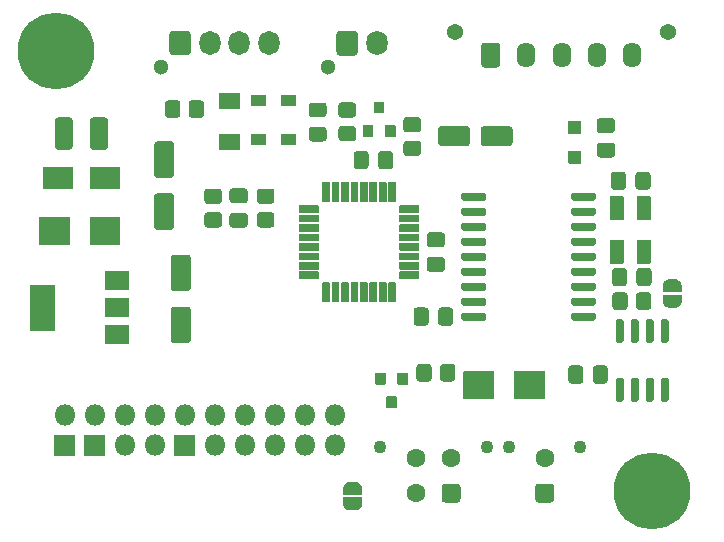
<source format=gbr>
%TF.GenerationSoftware,KiCad,Pcbnew,(5.1.12-1-10_14)*%
%TF.CreationDate,2022-04-05T22:08:35+02:00*%
%TF.ProjectId,SmartDisplay,536d6172-7444-4697-9370-6c61792e6b69,rev?*%
%TF.SameCoordinates,Original*%
%TF.FileFunction,Soldermask,Top*%
%TF.FilePolarity,Negative*%
%FSLAX46Y46*%
G04 Gerber Fmt 4.6, Leading zero omitted, Abs format (unit mm)*
G04 Created by KiCad (PCBNEW (5.1.12-1-10_14)) date 2022-04-05 22:08:35*
%MOMM*%
%LPD*%
G01*
G04 APERTURE LIST*
%ADD10O,1.800000X1.800000*%
%ADD11C,1.300000*%
%ADD12O,1.800000X2.100000*%
%ADD13O,1.800000X2.050000*%
%ADD14O,1.600000X2.120000*%
%ADD15C,1.370000*%
%ADD16C,1.600000*%
%ADD17C,1.100000*%
%ADD18C,0.100000*%
%ADD19C,0.900000*%
%ADD20C,6.500000*%
G04 APERTURE END LIST*
%TO.C,D9*%
G36*
G01*
X158600000Y-86220000D02*
X157800000Y-86220000D01*
G75*
G02*
X157750000Y-86170000I0J50000D01*
G01*
X157750000Y-85270000D01*
G75*
G02*
X157800000Y-85220000I50000J0D01*
G01*
X158600000Y-85220000D01*
G75*
G02*
X158650000Y-85270000I0J-50000D01*
G01*
X158650000Y-86170000D01*
G75*
G02*
X158600000Y-86220000I-50000J0D01*
G01*
G37*
G36*
G01*
X159550000Y-88220000D02*
X158750000Y-88220000D01*
G75*
G02*
X158700000Y-88170000I0J50000D01*
G01*
X158700000Y-87270000D01*
G75*
G02*
X158750000Y-87220000I50000J0D01*
G01*
X159550000Y-87220000D01*
G75*
G02*
X159600000Y-87270000I0J-50000D01*
G01*
X159600000Y-88170000D01*
G75*
G02*
X159550000Y-88220000I-50000J0D01*
G01*
G37*
G36*
G01*
X157650000Y-88220000D02*
X156850000Y-88220000D01*
G75*
G02*
X156800000Y-88170000I0J50000D01*
G01*
X156800000Y-87270000D01*
G75*
G02*
X156850000Y-87220000I50000J0D01*
G01*
X157650000Y-87220000D01*
G75*
G02*
X157700000Y-87270000I0J-50000D01*
G01*
X157700000Y-88170000D01*
G75*
G02*
X157650000Y-88220000I-50000J0D01*
G01*
G37*
%TD*%
%TO.C,C13*%
G36*
G01*
X141984375Y-101270000D02*
X140815625Y-101270000D01*
G75*
G02*
X140550000Y-101004375I0J265625D01*
G01*
X140550000Y-98435625D01*
G75*
G02*
X140815625Y-98170000I265625J0D01*
G01*
X141984375Y-98170000D01*
G75*
G02*
X142250000Y-98435625I0J-265625D01*
G01*
X142250000Y-101004375D01*
G75*
G02*
X141984375Y-101270000I-265625J0D01*
G01*
G37*
G36*
G01*
X141984375Y-105670000D02*
X140815625Y-105670000D01*
G75*
G02*
X140550000Y-105404375I0J265625D01*
G01*
X140550000Y-102835625D01*
G75*
G02*
X140815625Y-102570000I265625J0D01*
G01*
X141984375Y-102570000D01*
G75*
G02*
X142250000Y-102835625I0J-265625D01*
G01*
X142250000Y-105404375D01*
G75*
G02*
X141984375Y-105670000I-265625J0D01*
G01*
G37*
%TD*%
%TO.C,C3*%
G36*
G01*
X140584375Y-91670000D02*
X139415625Y-91670000D01*
G75*
G02*
X139150000Y-91404375I0J265625D01*
G01*
X139150000Y-88835625D01*
G75*
G02*
X139415625Y-88570000I265625J0D01*
G01*
X140584375Y-88570000D01*
G75*
G02*
X140850000Y-88835625I0J-265625D01*
G01*
X140850000Y-91404375D01*
G75*
G02*
X140584375Y-91670000I-265625J0D01*
G01*
G37*
G36*
G01*
X140584375Y-96070000D02*
X139415625Y-96070000D01*
G75*
G02*
X139150000Y-95804375I0J265625D01*
G01*
X139150000Y-93235625D01*
G75*
G02*
X139415625Y-92970000I265625J0D01*
G01*
X140584375Y-92970000D01*
G75*
G02*
X140850000Y-93235625I0J-265625D01*
G01*
X140850000Y-95804375D01*
G75*
G02*
X140584375Y-96070000I-265625J0D01*
G01*
G37*
%TD*%
%TO.C,U4*%
G36*
G01*
X137050000Y-104220000D02*
X137050000Y-105720000D01*
G75*
G02*
X137000000Y-105770000I-50000J0D01*
G01*
X135000000Y-105770000D01*
G75*
G02*
X134950000Y-105720000I0J50000D01*
G01*
X134950000Y-104220000D01*
G75*
G02*
X135000000Y-104170000I50000J0D01*
G01*
X137000000Y-104170000D01*
G75*
G02*
X137050000Y-104220000I0J-50000D01*
G01*
G37*
G36*
G01*
X137050000Y-99620000D02*
X137050000Y-101120000D01*
G75*
G02*
X137000000Y-101170000I-50000J0D01*
G01*
X135000000Y-101170000D01*
G75*
G02*
X134950000Y-101120000I0J50000D01*
G01*
X134950000Y-99620000D01*
G75*
G02*
X135000000Y-99570000I50000J0D01*
G01*
X137000000Y-99570000D01*
G75*
G02*
X137050000Y-99620000I0J-50000D01*
G01*
G37*
G36*
G01*
X137050000Y-101920000D02*
X137050000Y-103420000D01*
G75*
G02*
X137000000Y-103470000I-50000J0D01*
G01*
X135000000Y-103470000D01*
G75*
G02*
X134950000Y-103420000I0J50000D01*
G01*
X134950000Y-101920000D01*
G75*
G02*
X135000000Y-101870000I50000J0D01*
G01*
X137000000Y-101870000D01*
G75*
G02*
X137050000Y-101920000I0J-50000D01*
G01*
G37*
G36*
G01*
X130750000Y-100770000D02*
X130750000Y-104570000D01*
G75*
G02*
X130700000Y-104620000I-50000J0D01*
G01*
X128700000Y-104620000D01*
G75*
G02*
X128650000Y-104570000I0J50000D01*
G01*
X128650000Y-100770000D01*
G75*
G02*
X128700000Y-100720000I50000J0D01*
G01*
X130700000Y-100720000D01*
G75*
G02*
X130750000Y-100770000I0J-50000D01*
G01*
G37*
%TD*%
%TO.C,F1*%
G36*
G01*
X133712500Y-89027457D02*
X133712500Y-86812543D01*
G75*
G02*
X133980043Y-86545000I267543J0D01*
G01*
X134969957Y-86545000D01*
G75*
G02*
X135237500Y-86812543I0J-267543D01*
G01*
X135237500Y-89027457D01*
G75*
G02*
X134969957Y-89295000I-267543J0D01*
G01*
X133980043Y-89295000D01*
G75*
G02*
X133712500Y-89027457I0J267543D01*
G01*
G37*
G36*
G01*
X130737500Y-89027457D02*
X130737500Y-86812543D01*
G75*
G02*
X131005043Y-86545000I267543J0D01*
G01*
X131994957Y-86545000D01*
G75*
G02*
X132262500Y-86812543I0J-267543D01*
G01*
X132262500Y-89027457D01*
G75*
G02*
X131994957Y-89295000I-267543J0D01*
G01*
X131005043Y-89295000D01*
G75*
G02*
X130737500Y-89027457I0J267543D01*
G01*
G37*
%TD*%
%TO.C,D8*%
G36*
G01*
X132000000Y-95020000D02*
X132000000Y-97320000D01*
G75*
G02*
X131950000Y-97370000I-50000J0D01*
G01*
X129450000Y-97370000D01*
G75*
G02*
X129400000Y-97320000I0J50000D01*
G01*
X129400000Y-95020000D01*
G75*
G02*
X129450000Y-94970000I50000J0D01*
G01*
X131950000Y-94970000D01*
G75*
G02*
X132000000Y-95020000I0J-50000D01*
G01*
G37*
G36*
G01*
X136300000Y-95020000D02*
X136300000Y-97320000D01*
G75*
G02*
X136250000Y-97370000I-50000J0D01*
G01*
X133750000Y-97370000D01*
G75*
G02*
X133700000Y-97320000I0J50000D01*
G01*
X133700000Y-95020000D01*
G75*
G02*
X133750000Y-94970000I50000J0D01*
G01*
X136250000Y-94970000D01*
G75*
G02*
X136300000Y-95020000I0J-50000D01*
G01*
G37*
%TD*%
%TO.C,D7*%
G36*
G01*
X132300000Y-90770000D02*
X132300000Y-92570000D01*
G75*
G02*
X132250000Y-92620000I-50000J0D01*
G01*
X129750000Y-92620000D01*
G75*
G02*
X129700000Y-92570000I0J50000D01*
G01*
X129700000Y-90770000D01*
G75*
G02*
X129750000Y-90720000I50000J0D01*
G01*
X132250000Y-90720000D01*
G75*
G02*
X132300000Y-90770000I0J-50000D01*
G01*
G37*
G36*
G01*
X136300000Y-90770000D02*
X136300000Y-92570000D01*
G75*
G02*
X136250000Y-92620000I-50000J0D01*
G01*
X133750000Y-92620000D01*
G75*
G02*
X133700000Y-92570000I0J50000D01*
G01*
X133700000Y-90770000D01*
G75*
G02*
X133750000Y-90720000I50000J0D01*
G01*
X136250000Y-90720000D01*
G75*
G02*
X136300000Y-90770000I0J-50000D01*
G01*
G37*
%TD*%
%TO.C,U3*%
G36*
G01*
X167275000Y-103245000D02*
X167275000Y-103595000D01*
G75*
G02*
X167100000Y-103770000I-175000J0D01*
G01*
X165300000Y-103770000D01*
G75*
G02*
X165125000Y-103595000I0J175000D01*
G01*
X165125000Y-103245000D01*
G75*
G02*
X165300000Y-103070000I175000J0D01*
G01*
X167100000Y-103070000D01*
G75*
G02*
X167275000Y-103245000I0J-175000D01*
G01*
G37*
G36*
G01*
X167275000Y-101975000D02*
X167275000Y-102325000D01*
G75*
G02*
X167100000Y-102500000I-175000J0D01*
G01*
X165300000Y-102500000D01*
G75*
G02*
X165125000Y-102325000I0J175000D01*
G01*
X165125000Y-101975000D01*
G75*
G02*
X165300000Y-101800000I175000J0D01*
G01*
X167100000Y-101800000D01*
G75*
G02*
X167275000Y-101975000I0J-175000D01*
G01*
G37*
G36*
G01*
X167275000Y-100705000D02*
X167275000Y-101055000D01*
G75*
G02*
X167100000Y-101230000I-175000J0D01*
G01*
X165300000Y-101230000D01*
G75*
G02*
X165125000Y-101055000I0J175000D01*
G01*
X165125000Y-100705000D01*
G75*
G02*
X165300000Y-100530000I175000J0D01*
G01*
X167100000Y-100530000D01*
G75*
G02*
X167275000Y-100705000I0J-175000D01*
G01*
G37*
G36*
G01*
X167275000Y-99435000D02*
X167275000Y-99785000D01*
G75*
G02*
X167100000Y-99960000I-175000J0D01*
G01*
X165300000Y-99960000D01*
G75*
G02*
X165125000Y-99785000I0J175000D01*
G01*
X165125000Y-99435000D01*
G75*
G02*
X165300000Y-99260000I175000J0D01*
G01*
X167100000Y-99260000D01*
G75*
G02*
X167275000Y-99435000I0J-175000D01*
G01*
G37*
G36*
G01*
X167275000Y-98165000D02*
X167275000Y-98515000D01*
G75*
G02*
X167100000Y-98690000I-175000J0D01*
G01*
X165300000Y-98690000D01*
G75*
G02*
X165125000Y-98515000I0J175000D01*
G01*
X165125000Y-98165000D01*
G75*
G02*
X165300000Y-97990000I175000J0D01*
G01*
X167100000Y-97990000D01*
G75*
G02*
X167275000Y-98165000I0J-175000D01*
G01*
G37*
G36*
G01*
X167275000Y-96895000D02*
X167275000Y-97245000D01*
G75*
G02*
X167100000Y-97420000I-175000J0D01*
G01*
X165300000Y-97420000D01*
G75*
G02*
X165125000Y-97245000I0J175000D01*
G01*
X165125000Y-96895000D01*
G75*
G02*
X165300000Y-96720000I175000J0D01*
G01*
X167100000Y-96720000D01*
G75*
G02*
X167275000Y-96895000I0J-175000D01*
G01*
G37*
G36*
G01*
X167275000Y-95625000D02*
X167275000Y-95975000D01*
G75*
G02*
X167100000Y-96150000I-175000J0D01*
G01*
X165300000Y-96150000D01*
G75*
G02*
X165125000Y-95975000I0J175000D01*
G01*
X165125000Y-95625000D01*
G75*
G02*
X165300000Y-95450000I175000J0D01*
G01*
X167100000Y-95450000D01*
G75*
G02*
X167275000Y-95625000I0J-175000D01*
G01*
G37*
G36*
G01*
X167275000Y-94355000D02*
X167275000Y-94705000D01*
G75*
G02*
X167100000Y-94880000I-175000J0D01*
G01*
X165300000Y-94880000D01*
G75*
G02*
X165125000Y-94705000I0J175000D01*
G01*
X165125000Y-94355000D01*
G75*
G02*
X165300000Y-94180000I175000J0D01*
G01*
X167100000Y-94180000D01*
G75*
G02*
X167275000Y-94355000I0J-175000D01*
G01*
G37*
G36*
G01*
X167275000Y-93085000D02*
X167275000Y-93435000D01*
G75*
G02*
X167100000Y-93610000I-175000J0D01*
G01*
X165300000Y-93610000D01*
G75*
G02*
X165125000Y-93435000I0J175000D01*
G01*
X165125000Y-93085000D01*
G75*
G02*
X165300000Y-92910000I175000J0D01*
G01*
X167100000Y-92910000D01*
G75*
G02*
X167275000Y-93085000I0J-175000D01*
G01*
G37*
G36*
G01*
X176575000Y-93085000D02*
X176575000Y-93435000D01*
G75*
G02*
X176400000Y-93610000I-175000J0D01*
G01*
X174600000Y-93610000D01*
G75*
G02*
X174425000Y-93435000I0J175000D01*
G01*
X174425000Y-93085000D01*
G75*
G02*
X174600000Y-92910000I175000J0D01*
G01*
X176400000Y-92910000D01*
G75*
G02*
X176575000Y-93085000I0J-175000D01*
G01*
G37*
G36*
G01*
X176575000Y-94355000D02*
X176575000Y-94705000D01*
G75*
G02*
X176400000Y-94880000I-175000J0D01*
G01*
X174600000Y-94880000D01*
G75*
G02*
X174425000Y-94705000I0J175000D01*
G01*
X174425000Y-94355000D01*
G75*
G02*
X174600000Y-94180000I175000J0D01*
G01*
X176400000Y-94180000D01*
G75*
G02*
X176575000Y-94355000I0J-175000D01*
G01*
G37*
G36*
G01*
X176575000Y-95625000D02*
X176575000Y-95975000D01*
G75*
G02*
X176400000Y-96150000I-175000J0D01*
G01*
X174600000Y-96150000D01*
G75*
G02*
X174425000Y-95975000I0J175000D01*
G01*
X174425000Y-95625000D01*
G75*
G02*
X174600000Y-95450000I175000J0D01*
G01*
X176400000Y-95450000D01*
G75*
G02*
X176575000Y-95625000I0J-175000D01*
G01*
G37*
G36*
G01*
X176575000Y-96895000D02*
X176575000Y-97245000D01*
G75*
G02*
X176400000Y-97420000I-175000J0D01*
G01*
X174600000Y-97420000D01*
G75*
G02*
X174425000Y-97245000I0J175000D01*
G01*
X174425000Y-96895000D01*
G75*
G02*
X174600000Y-96720000I175000J0D01*
G01*
X176400000Y-96720000D01*
G75*
G02*
X176575000Y-96895000I0J-175000D01*
G01*
G37*
G36*
G01*
X176575000Y-98165000D02*
X176575000Y-98515000D01*
G75*
G02*
X176400000Y-98690000I-175000J0D01*
G01*
X174600000Y-98690000D01*
G75*
G02*
X174425000Y-98515000I0J175000D01*
G01*
X174425000Y-98165000D01*
G75*
G02*
X174600000Y-97990000I175000J0D01*
G01*
X176400000Y-97990000D01*
G75*
G02*
X176575000Y-98165000I0J-175000D01*
G01*
G37*
G36*
G01*
X176575000Y-99435000D02*
X176575000Y-99785000D01*
G75*
G02*
X176400000Y-99960000I-175000J0D01*
G01*
X174600000Y-99960000D01*
G75*
G02*
X174425000Y-99785000I0J175000D01*
G01*
X174425000Y-99435000D01*
G75*
G02*
X174600000Y-99260000I175000J0D01*
G01*
X176400000Y-99260000D01*
G75*
G02*
X176575000Y-99435000I0J-175000D01*
G01*
G37*
G36*
G01*
X176575000Y-100705000D02*
X176575000Y-101055000D01*
G75*
G02*
X176400000Y-101230000I-175000J0D01*
G01*
X174600000Y-101230000D01*
G75*
G02*
X174425000Y-101055000I0J175000D01*
G01*
X174425000Y-100705000D01*
G75*
G02*
X174600000Y-100530000I175000J0D01*
G01*
X176400000Y-100530000D01*
G75*
G02*
X176575000Y-100705000I0J-175000D01*
G01*
G37*
G36*
G01*
X176575000Y-101975000D02*
X176575000Y-102325000D01*
G75*
G02*
X176400000Y-102500000I-175000J0D01*
G01*
X174600000Y-102500000D01*
G75*
G02*
X174425000Y-102325000I0J175000D01*
G01*
X174425000Y-101975000D01*
G75*
G02*
X174600000Y-101800000I175000J0D01*
G01*
X176400000Y-101800000D01*
G75*
G02*
X176575000Y-101975000I0J-175000D01*
G01*
G37*
G36*
G01*
X176575000Y-103245000D02*
X176575000Y-103595000D01*
G75*
G02*
X176400000Y-103770000I-175000J0D01*
G01*
X174600000Y-103770000D01*
G75*
G02*
X174425000Y-103595000I0J175000D01*
G01*
X174425000Y-103245000D01*
G75*
G02*
X174600000Y-103070000I175000J0D01*
G01*
X176400000Y-103070000D01*
G75*
G02*
X176575000Y-103245000I0J-175000D01*
G01*
G37*
%TD*%
%TO.C,R8*%
G36*
G01*
X163350000Y-108649168D02*
X163350000Y-107690832D01*
G75*
G02*
X163620832Y-107420000I270832J0D01*
G01*
X164379168Y-107420000D01*
G75*
G02*
X164650000Y-107690832I0J-270832D01*
G01*
X164650000Y-108649168D01*
G75*
G02*
X164379168Y-108920000I-270832J0D01*
G01*
X163620832Y-108920000D01*
G75*
G02*
X163350000Y-108649168I0J270832D01*
G01*
G37*
G36*
G01*
X161350000Y-108649168D02*
X161350000Y-107690832D01*
G75*
G02*
X161620832Y-107420000I270832J0D01*
G01*
X162379168Y-107420000D01*
G75*
G02*
X162650000Y-107690832I0J-270832D01*
G01*
X162650000Y-108649168D01*
G75*
G02*
X162379168Y-108920000I-270832J0D01*
G01*
X161620832Y-108920000D01*
G75*
G02*
X161350000Y-108649168I0J270832D01*
G01*
G37*
%TD*%
%TO.C,R7*%
G36*
G01*
X155020832Y-87270000D02*
X155979168Y-87270000D01*
G75*
G02*
X156250000Y-87540832I0J-270832D01*
G01*
X156250000Y-88299168D01*
G75*
G02*
X155979168Y-88570000I-270832J0D01*
G01*
X155020832Y-88570000D01*
G75*
G02*
X154750000Y-88299168I0J270832D01*
G01*
X154750000Y-87540832D01*
G75*
G02*
X155020832Y-87270000I270832J0D01*
G01*
G37*
G36*
G01*
X155020832Y-85270000D02*
X155979168Y-85270000D01*
G75*
G02*
X156250000Y-85540832I0J-270832D01*
G01*
X156250000Y-86299168D01*
G75*
G02*
X155979168Y-86570000I-270832J0D01*
G01*
X155020832Y-86570000D01*
G75*
G02*
X154750000Y-86299168I0J270832D01*
G01*
X154750000Y-85540832D01*
G75*
G02*
X155020832Y-85270000I270832J0D01*
G01*
G37*
%TD*%
%TO.C,R6*%
G36*
G01*
X141373000Y-85372832D02*
X141373000Y-86331168D01*
G75*
G02*
X141102168Y-86602000I-270832J0D01*
G01*
X140343832Y-86602000D01*
G75*
G02*
X140073000Y-86331168I0J270832D01*
G01*
X140073000Y-85372832D01*
G75*
G02*
X140343832Y-85102000I270832J0D01*
G01*
X141102168Y-85102000D01*
G75*
G02*
X141373000Y-85372832I0J-270832D01*
G01*
G37*
G36*
G01*
X143373000Y-85372832D02*
X143373000Y-86331168D01*
G75*
G02*
X143102168Y-86602000I-270832J0D01*
G01*
X142343832Y-86602000D01*
G75*
G02*
X142073000Y-86331168I0J270832D01*
G01*
X142073000Y-85372832D01*
G75*
G02*
X142343832Y-85102000I270832J0D01*
G01*
X143102168Y-85102000D01*
G75*
G02*
X143373000Y-85372832I0J-270832D01*
G01*
G37*
%TD*%
%TO.C,R5*%
G36*
G01*
X143665832Y-94575000D02*
X144624168Y-94575000D01*
G75*
G02*
X144895000Y-94845832I0J-270832D01*
G01*
X144895000Y-95604168D01*
G75*
G02*
X144624168Y-95875000I-270832J0D01*
G01*
X143665832Y-95875000D01*
G75*
G02*
X143395000Y-95604168I0J270832D01*
G01*
X143395000Y-94845832D01*
G75*
G02*
X143665832Y-94575000I270832J0D01*
G01*
G37*
G36*
G01*
X143665832Y-92575000D02*
X144624168Y-92575000D01*
G75*
G02*
X144895000Y-92845832I0J-270832D01*
G01*
X144895000Y-93604168D01*
G75*
G02*
X144624168Y-93875000I-270832J0D01*
G01*
X143665832Y-93875000D01*
G75*
G02*
X143395000Y-93604168I0J270832D01*
G01*
X143395000Y-92845832D01*
G75*
G02*
X143665832Y-92575000I270832J0D01*
G01*
G37*
%TD*%
%TO.C,R4*%
G36*
G01*
X148110832Y-94575000D02*
X149069168Y-94575000D01*
G75*
G02*
X149340000Y-94845832I0J-270832D01*
G01*
X149340000Y-95604168D01*
G75*
G02*
X149069168Y-95875000I-270832J0D01*
G01*
X148110832Y-95875000D01*
G75*
G02*
X147840000Y-95604168I0J270832D01*
G01*
X147840000Y-94845832D01*
G75*
G02*
X148110832Y-94575000I270832J0D01*
G01*
G37*
G36*
G01*
X148110832Y-92575000D02*
X149069168Y-92575000D01*
G75*
G02*
X149340000Y-92845832I0J-270832D01*
G01*
X149340000Y-93604168D01*
G75*
G02*
X149069168Y-93875000I-270832J0D01*
G01*
X148110832Y-93875000D01*
G75*
G02*
X147840000Y-93604168I0J270832D01*
G01*
X147840000Y-92845832D01*
G75*
G02*
X148110832Y-92575000I270832J0D01*
G01*
G37*
%TD*%
%TO.C,R3*%
G36*
G01*
X160520832Y-88520000D02*
X161479168Y-88520000D01*
G75*
G02*
X161750000Y-88790832I0J-270832D01*
G01*
X161750000Y-89549168D01*
G75*
G02*
X161479168Y-89820000I-270832J0D01*
G01*
X160520832Y-89820000D01*
G75*
G02*
X160250000Y-89549168I0J270832D01*
G01*
X160250000Y-88790832D01*
G75*
G02*
X160520832Y-88520000I270832J0D01*
G01*
G37*
G36*
G01*
X160520832Y-86520000D02*
X161479168Y-86520000D01*
G75*
G02*
X161750000Y-86790832I0J-270832D01*
G01*
X161750000Y-87549168D01*
G75*
G02*
X161479168Y-87820000I-270832J0D01*
G01*
X160520832Y-87820000D01*
G75*
G02*
X160250000Y-87549168I0J270832D01*
G01*
X160250000Y-86790832D01*
G75*
G02*
X160520832Y-86520000I270832J0D01*
G01*
G37*
%TD*%
%TO.C,R2*%
G36*
G01*
X179237000Y-101628832D02*
X179237000Y-102587168D01*
G75*
G02*
X178966168Y-102858000I-270832J0D01*
G01*
X178207832Y-102858000D01*
G75*
G02*
X177937000Y-102587168I0J270832D01*
G01*
X177937000Y-101628832D01*
G75*
G02*
X178207832Y-101358000I270832J0D01*
G01*
X178966168Y-101358000D01*
G75*
G02*
X179237000Y-101628832I0J-270832D01*
G01*
G37*
G36*
G01*
X181237000Y-101628832D02*
X181237000Y-102587168D01*
G75*
G02*
X180966168Y-102858000I-270832J0D01*
G01*
X180207832Y-102858000D01*
G75*
G02*
X179937000Y-102587168I0J270832D01*
G01*
X179937000Y-101628832D01*
G75*
G02*
X180207832Y-101358000I270832J0D01*
G01*
X180966168Y-101358000D01*
G75*
G02*
X181237000Y-101628832I0J-270832D01*
G01*
G37*
%TD*%
%TO.C,C12*%
G36*
G01*
X176896276Y-88682500D02*
X177903724Y-88682500D01*
G75*
G02*
X178175000Y-88953776I0J-271276D01*
G01*
X178175000Y-89686224D01*
G75*
G02*
X177903724Y-89957500I-271276J0D01*
G01*
X176896276Y-89957500D01*
G75*
G02*
X176625000Y-89686224I0J271276D01*
G01*
X176625000Y-88953776D01*
G75*
G02*
X176896276Y-88682500I271276J0D01*
G01*
G37*
G36*
G01*
X176896276Y-86607500D02*
X177903724Y-86607500D01*
G75*
G02*
X178175000Y-86878776I0J-271276D01*
G01*
X178175000Y-87611224D01*
G75*
G02*
X177903724Y-87882500I-271276J0D01*
G01*
X176896276Y-87882500D01*
G75*
G02*
X176625000Y-87611224I0J271276D01*
G01*
X176625000Y-86878776D01*
G75*
G02*
X176896276Y-86607500I271276J0D01*
G01*
G37*
%TD*%
%TO.C,C9*%
G36*
G01*
X146807724Y-93825000D02*
X145800276Y-93825000D01*
G75*
G02*
X145529000Y-93553724I0J271276D01*
G01*
X145529000Y-92821276D01*
G75*
G02*
X145800276Y-92550000I271276J0D01*
G01*
X146807724Y-92550000D01*
G75*
G02*
X147079000Y-92821276I0J-271276D01*
G01*
X147079000Y-93553724D01*
G75*
G02*
X146807724Y-93825000I-271276J0D01*
G01*
G37*
G36*
G01*
X146807724Y-95900000D02*
X145800276Y-95900000D01*
G75*
G02*
X145529000Y-95628724I0J271276D01*
G01*
X145529000Y-94896276D01*
G75*
G02*
X145800276Y-94625000I271276J0D01*
G01*
X146807724Y-94625000D01*
G75*
G02*
X147079000Y-94896276I0J-271276D01*
G01*
X147079000Y-95628724D01*
G75*
G02*
X146807724Y-95900000I-271276J0D01*
G01*
G37*
%TD*%
%TO.C,C8*%
G36*
G01*
X179187000Y-99572276D02*
X179187000Y-100579724D01*
G75*
G02*
X178915724Y-100851000I-271276J0D01*
G01*
X178183276Y-100851000D01*
G75*
G02*
X177912000Y-100579724I0J271276D01*
G01*
X177912000Y-99572276D01*
G75*
G02*
X178183276Y-99301000I271276J0D01*
G01*
X178915724Y-99301000D01*
G75*
G02*
X179187000Y-99572276I0J-271276D01*
G01*
G37*
G36*
G01*
X181262000Y-99572276D02*
X181262000Y-100579724D01*
G75*
G02*
X180990724Y-100851000I-271276J0D01*
G01*
X180258276Y-100851000D01*
G75*
G02*
X179987000Y-100579724I0J271276D01*
G01*
X179987000Y-99572276D01*
G75*
G02*
X180258276Y-99301000I271276J0D01*
G01*
X180990724Y-99301000D01*
G75*
G02*
X181262000Y-99572276I0J-271276D01*
G01*
G37*
%TD*%
%TO.C,C7*%
G36*
G01*
X179900000Y-92423724D02*
X179900000Y-91416276D01*
G75*
G02*
X180171276Y-91145000I271276J0D01*
G01*
X180903724Y-91145000D01*
G75*
G02*
X181175000Y-91416276I0J-271276D01*
G01*
X181175000Y-92423724D01*
G75*
G02*
X180903724Y-92695000I-271276J0D01*
G01*
X180171276Y-92695000D01*
G75*
G02*
X179900000Y-92423724I0J271276D01*
G01*
G37*
G36*
G01*
X177825000Y-92423724D02*
X177825000Y-91416276D01*
G75*
G02*
X178096276Y-91145000I271276J0D01*
G01*
X178828724Y-91145000D01*
G75*
G02*
X179100000Y-91416276I0J-271276D01*
G01*
X179100000Y-92423724D01*
G75*
G02*
X178828724Y-92695000I-271276J0D01*
G01*
X178096276Y-92695000D01*
G75*
G02*
X177825000Y-92423724I0J271276D01*
G01*
G37*
%TD*%
%TO.C,C6*%
G36*
G01*
X158112500Y-90673724D02*
X158112500Y-89666276D01*
G75*
G02*
X158383776Y-89395000I271276J0D01*
G01*
X159116224Y-89395000D01*
G75*
G02*
X159387500Y-89666276I0J-271276D01*
G01*
X159387500Y-90673724D01*
G75*
G02*
X159116224Y-90945000I-271276J0D01*
G01*
X158383776Y-90945000D01*
G75*
G02*
X158112500Y-90673724I0J271276D01*
G01*
G37*
G36*
G01*
X156037500Y-90673724D02*
X156037500Y-89666276D01*
G75*
G02*
X156308776Y-89395000I271276J0D01*
G01*
X157041224Y-89395000D01*
G75*
G02*
X157312500Y-89666276I0J-271276D01*
G01*
X157312500Y-90673724D01*
G75*
G02*
X157041224Y-90945000I-271276J0D01*
G01*
X156308776Y-90945000D01*
G75*
G02*
X156037500Y-90673724I0J271276D01*
G01*
G37*
%TD*%
%TO.C,C5*%
G36*
G01*
X176286000Y-108834724D02*
X176286000Y-107827276D01*
G75*
G02*
X176557276Y-107556000I271276J0D01*
G01*
X177289724Y-107556000D01*
G75*
G02*
X177561000Y-107827276I0J-271276D01*
G01*
X177561000Y-108834724D01*
G75*
G02*
X177289724Y-109106000I-271276J0D01*
G01*
X176557276Y-109106000D01*
G75*
G02*
X176286000Y-108834724I0J271276D01*
G01*
G37*
G36*
G01*
X174211000Y-108834724D02*
X174211000Y-107827276D01*
G75*
G02*
X174482276Y-107556000I271276J0D01*
G01*
X175214724Y-107556000D01*
G75*
G02*
X175486000Y-107827276I0J-271276D01*
G01*
X175486000Y-108834724D01*
G75*
G02*
X175214724Y-109106000I-271276J0D01*
G01*
X174482276Y-109106000D01*
G75*
G02*
X174211000Y-108834724I0J271276D01*
G01*
G37*
%TD*%
%TO.C,C2*%
G36*
G01*
X163503724Y-97557500D02*
X162496276Y-97557500D01*
G75*
G02*
X162225000Y-97286224I0J271276D01*
G01*
X162225000Y-96553776D01*
G75*
G02*
X162496276Y-96282500I271276J0D01*
G01*
X163503724Y-96282500D01*
G75*
G02*
X163775000Y-96553776I0J-271276D01*
G01*
X163775000Y-97286224D01*
G75*
G02*
X163503724Y-97557500I-271276J0D01*
G01*
G37*
G36*
G01*
X163503724Y-99632500D02*
X162496276Y-99632500D01*
G75*
G02*
X162225000Y-99361224I0J271276D01*
G01*
X162225000Y-98628776D01*
G75*
G02*
X162496276Y-98357500I271276J0D01*
G01*
X163503724Y-98357500D01*
G75*
G02*
X163775000Y-98628776I0J-271276D01*
G01*
X163775000Y-99361224D01*
G75*
G02*
X163503724Y-99632500I-271276J0D01*
G01*
G37*
%TD*%
%TO.C,C1*%
G36*
G01*
X163187500Y-103923724D02*
X163187500Y-102916276D01*
G75*
G02*
X163458776Y-102645000I271276J0D01*
G01*
X164191224Y-102645000D01*
G75*
G02*
X164462500Y-102916276I0J-271276D01*
G01*
X164462500Y-103923724D01*
G75*
G02*
X164191224Y-104195000I-271276J0D01*
G01*
X163458776Y-104195000D01*
G75*
G02*
X163187500Y-103923724I0J271276D01*
G01*
G37*
G36*
G01*
X161112500Y-103923724D02*
X161112500Y-102916276D01*
G75*
G02*
X161383776Y-102645000I271276J0D01*
G01*
X162116224Y-102645000D01*
G75*
G02*
X162387500Y-102916276I0J-271276D01*
G01*
X162387500Y-103923724D01*
G75*
G02*
X162116224Y-104195000I-271276J0D01*
G01*
X161383776Y-104195000D01*
G75*
G02*
X161112500Y-103923724I0J271276D01*
G01*
G37*
%TD*%
%TO.C,D6*%
G36*
G01*
X148600000Y-85620000D02*
X147400000Y-85620000D01*
G75*
G02*
X147350000Y-85570000I0J50000D01*
G01*
X147350000Y-84670000D01*
G75*
G02*
X147400000Y-84620000I50000J0D01*
G01*
X148600000Y-84620000D01*
G75*
G02*
X148650000Y-84670000I0J-50000D01*
G01*
X148650000Y-85570000D01*
G75*
G02*
X148600000Y-85620000I-50000J0D01*
G01*
G37*
G36*
G01*
X148600000Y-88920000D02*
X147400000Y-88920000D01*
G75*
G02*
X147350000Y-88870000I0J50000D01*
G01*
X147350000Y-87970000D01*
G75*
G02*
X147400000Y-87920000I50000J0D01*
G01*
X148600000Y-87920000D01*
G75*
G02*
X148650000Y-87970000I0J-50000D01*
G01*
X148650000Y-88870000D01*
G75*
G02*
X148600000Y-88920000I-50000J0D01*
G01*
G37*
%TD*%
%TO.C,D5*%
G36*
G01*
X151100000Y-85620000D02*
X149900000Y-85620000D01*
G75*
G02*
X149850000Y-85570000I0J50000D01*
G01*
X149850000Y-84670000D01*
G75*
G02*
X149900000Y-84620000I50000J0D01*
G01*
X151100000Y-84620000D01*
G75*
G02*
X151150000Y-84670000I0J-50000D01*
G01*
X151150000Y-85570000D01*
G75*
G02*
X151100000Y-85620000I-50000J0D01*
G01*
G37*
G36*
G01*
X151100000Y-88920000D02*
X149900000Y-88920000D01*
G75*
G02*
X149850000Y-88870000I0J50000D01*
G01*
X149850000Y-87970000D01*
G75*
G02*
X149900000Y-87920000I50000J0D01*
G01*
X151100000Y-87920000D01*
G75*
G02*
X151150000Y-87970000I0J-50000D01*
G01*
X151150000Y-88870000D01*
G75*
G02*
X151100000Y-88920000I-50000J0D01*
G01*
G37*
%TD*%
%TO.C,U1*%
G36*
G01*
X153975000Y-93720000D02*
X153425000Y-93720000D01*
G75*
G02*
X153375000Y-93670000I0J50000D01*
G01*
X153375000Y-92070000D01*
G75*
G02*
X153425000Y-92020000I50000J0D01*
G01*
X153975000Y-92020000D01*
G75*
G02*
X154025000Y-92070000I0J-50000D01*
G01*
X154025000Y-93670000D01*
G75*
G02*
X153975000Y-93720000I-50000J0D01*
G01*
G37*
G36*
G01*
X154775000Y-93720000D02*
X154225000Y-93720000D01*
G75*
G02*
X154175000Y-93670000I0J50000D01*
G01*
X154175000Y-92070000D01*
G75*
G02*
X154225000Y-92020000I50000J0D01*
G01*
X154775000Y-92020000D01*
G75*
G02*
X154825000Y-92070000I0J-50000D01*
G01*
X154825000Y-93670000D01*
G75*
G02*
X154775000Y-93720000I-50000J0D01*
G01*
G37*
G36*
G01*
X155575000Y-93720000D02*
X155025000Y-93720000D01*
G75*
G02*
X154975000Y-93670000I0J50000D01*
G01*
X154975000Y-92070000D01*
G75*
G02*
X155025000Y-92020000I50000J0D01*
G01*
X155575000Y-92020000D01*
G75*
G02*
X155625000Y-92070000I0J-50000D01*
G01*
X155625000Y-93670000D01*
G75*
G02*
X155575000Y-93720000I-50000J0D01*
G01*
G37*
G36*
G01*
X156375000Y-93720000D02*
X155825000Y-93720000D01*
G75*
G02*
X155775000Y-93670000I0J50000D01*
G01*
X155775000Y-92070000D01*
G75*
G02*
X155825000Y-92020000I50000J0D01*
G01*
X156375000Y-92020000D01*
G75*
G02*
X156425000Y-92070000I0J-50000D01*
G01*
X156425000Y-93670000D01*
G75*
G02*
X156375000Y-93720000I-50000J0D01*
G01*
G37*
G36*
G01*
X157175000Y-93720000D02*
X156625000Y-93720000D01*
G75*
G02*
X156575000Y-93670000I0J50000D01*
G01*
X156575000Y-92070000D01*
G75*
G02*
X156625000Y-92020000I50000J0D01*
G01*
X157175000Y-92020000D01*
G75*
G02*
X157225000Y-92070000I0J-50000D01*
G01*
X157225000Y-93670000D01*
G75*
G02*
X157175000Y-93720000I-50000J0D01*
G01*
G37*
G36*
G01*
X157975000Y-93720000D02*
X157425000Y-93720000D01*
G75*
G02*
X157375000Y-93670000I0J50000D01*
G01*
X157375000Y-92070000D01*
G75*
G02*
X157425000Y-92020000I50000J0D01*
G01*
X157975000Y-92020000D01*
G75*
G02*
X158025000Y-92070000I0J-50000D01*
G01*
X158025000Y-93670000D01*
G75*
G02*
X157975000Y-93720000I-50000J0D01*
G01*
G37*
G36*
G01*
X158775000Y-93720000D02*
X158225000Y-93720000D01*
G75*
G02*
X158175000Y-93670000I0J50000D01*
G01*
X158175000Y-92070000D01*
G75*
G02*
X158225000Y-92020000I50000J0D01*
G01*
X158775000Y-92020000D01*
G75*
G02*
X158825000Y-92070000I0J-50000D01*
G01*
X158825000Y-93670000D01*
G75*
G02*
X158775000Y-93720000I-50000J0D01*
G01*
G37*
G36*
G01*
X159575000Y-93720000D02*
X159025000Y-93720000D01*
G75*
G02*
X158975000Y-93670000I0J50000D01*
G01*
X158975000Y-92070000D01*
G75*
G02*
X159025000Y-92020000I50000J0D01*
G01*
X159575000Y-92020000D01*
G75*
G02*
X159625000Y-92070000I0J-50000D01*
G01*
X159625000Y-93670000D01*
G75*
G02*
X159575000Y-93720000I-50000J0D01*
G01*
G37*
G36*
G01*
X159900000Y-94595000D02*
X159900000Y-94045000D01*
G75*
G02*
X159950000Y-93995000I50000J0D01*
G01*
X161550000Y-93995000D01*
G75*
G02*
X161600000Y-94045000I0J-50000D01*
G01*
X161600000Y-94595000D01*
G75*
G02*
X161550000Y-94645000I-50000J0D01*
G01*
X159950000Y-94645000D01*
G75*
G02*
X159900000Y-94595000I0J50000D01*
G01*
G37*
G36*
G01*
X159900000Y-95395000D02*
X159900000Y-94845000D01*
G75*
G02*
X159950000Y-94795000I50000J0D01*
G01*
X161550000Y-94795000D01*
G75*
G02*
X161600000Y-94845000I0J-50000D01*
G01*
X161600000Y-95395000D01*
G75*
G02*
X161550000Y-95445000I-50000J0D01*
G01*
X159950000Y-95445000D01*
G75*
G02*
X159900000Y-95395000I0J50000D01*
G01*
G37*
G36*
G01*
X159900000Y-96195000D02*
X159900000Y-95645000D01*
G75*
G02*
X159950000Y-95595000I50000J0D01*
G01*
X161550000Y-95595000D01*
G75*
G02*
X161600000Y-95645000I0J-50000D01*
G01*
X161600000Y-96195000D01*
G75*
G02*
X161550000Y-96245000I-50000J0D01*
G01*
X159950000Y-96245000D01*
G75*
G02*
X159900000Y-96195000I0J50000D01*
G01*
G37*
G36*
G01*
X159900000Y-96995000D02*
X159900000Y-96445000D01*
G75*
G02*
X159950000Y-96395000I50000J0D01*
G01*
X161550000Y-96395000D01*
G75*
G02*
X161600000Y-96445000I0J-50000D01*
G01*
X161600000Y-96995000D01*
G75*
G02*
X161550000Y-97045000I-50000J0D01*
G01*
X159950000Y-97045000D01*
G75*
G02*
X159900000Y-96995000I0J50000D01*
G01*
G37*
G36*
G01*
X159900000Y-97795000D02*
X159900000Y-97245000D01*
G75*
G02*
X159950000Y-97195000I50000J0D01*
G01*
X161550000Y-97195000D01*
G75*
G02*
X161600000Y-97245000I0J-50000D01*
G01*
X161600000Y-97795000D01*
G75*
G02*
X161550000Y-97845000I-50000J0D01*
G01*
X159950000Y-97845000D01*
G75*
G02*
X159900000Y-97795000I0J50000D01*
G01*
G37*
G36*
G01*
X159900000Y-98595000D02*
X159900000Y-98045000D01*
G75*
G02*
X159950000Y-97995000I50000J0D01*
G01*
X161550000Y-97995000D01*
G75*
G02*
X161600000Y-98045000I0J-50000D01*
G01*
X161600000Y-98595000D01*
G75*
G02*
X161550000Y-98645000I-50000J0D01*
G01*
X159950000Y-98645000D01*
G75*
G02*
X159900000Y-98595000I0J50000D01*
G01*
G37*
G36*
G01*
X159900000Y-99395000D02*
X159900000Y-98845000D01*
G75*
G02*
X159950000Y-98795000I50000J0D01*
G01*
X161550000Y-98795000D01*
G75*
G02*
X161600000Y-98845000I0J-50000D01*
G01*
X161600000Y-99395000D01*
G75*
G02*
X161550000Y-99445000I-50000J0D01*
G01*
X159950000Y-99445000D01*
G75*
G02*
X159900000Y-99395000I0J50000D01*
G01*
G37*
G36*
G01*
X159900000Y-100195000D02*
X159900000Y-99645000D01*
G75*
G02*
X159950000Y-99595000I50000J0D01*
G01*
X161550000Y-99595000D01*
G75*
G02*
X161600000Y-99645000I0J-50000D01*
G01*
X161600000Y-100195000D01*
G75*
G02*
X161550000Y-100245000I-50000J0D01*
G01*
X159950000Y-100245000D01*
G75*
G02*
X159900000Y-100195000I0J50000D01*
G01*
G37*
G36*
G01*
X159575000Y-102220000D02*
X159025000Y-102220000D01*
G75*
G02*
X158975000Y-102170000I0J50000D01*
G01*
X158975000Y-100570000D01*
G75*
G02*
X159025000Y-100520000I50000J0D01*
G01*
X159575000Y-100520000D01*
G75*
G02*
X159625000Y-100570000I0J-50000D01*
G01*
X159625000Y-102170000D01*
G75*
G02*
X159575000Y-102220000I-50000J0D01*
G01*
G37*
G36*
G01*
X158775000Y-102220000D02*
X158225000Y-102220000D01*
G75*
G02*
X158175000Y-102170000I0J50000D01*
G01*
X158175000Y-100570000D01*
G75*
G02*
X158225000Y-100520000I50000J0D01*
G01*
X158775000Y-100520000D01*
G75*
G02*
X158825000Y-100570000I0J-50000D01*
G01*
X158825000Y-102170000D01*
G75*
G02*
X158775000Y-102220000I-50000J0D01*
G01*
G37*
G36*
G01*
X157975000Y-102220000D02*
X157425000Y-102220000D01*
G75*
G02*
X157375000Y-102170000I0J50000D01*
G01*
X157375000Y-100570000D01*
G75*
G02*
X157425000Y-100520000I50000J0D01*
G01*
X157975000Y-100520000D01*
G75*
G02*
X158025000Y-100570000I0J-50000D01*
G01*
X158025000Y-102170000D01*
G75*
G02*
X157975000Y-102220000I-50000J0D01*
G01*
G37*
G36*
G01*
X157175000Y-102220000D02*
X156625000Y-102220000D01*
G75*
G02*
X156575000Y-102170000I0J50000D01*
G01*
X156575000Y-100570000D01*
G75*
G02*
X156625000Y-100520000I50000J0D01*
G01*
X157175000Y-100520000D01*
G75*
G02*
X157225000Y-100570000I0J-50000D01*
G01*
X157225000Y-102170000D01*
G75*
G02*
X157175000Y-102220000I-50000J0D01*
G01*
G37*
G36*
G01*
X156375000Y-102220000D02*
X155825000Y-102220000D01*
G75*
G02*
X155775000Y-102170000I0J50000D01*
G01*
X155775000Y-100570000D01*
G75*
G02*
X155825000Y-100520000I50000J0D01*
G01*
X156375000Y-100520000D01*
G75*
G02*
X156425000Y-100570000I0J-50000D01*
G01*
X156425000Y-102170000D01*
G75*
G02*
X156375000Y-102220000I-50000J0D01*
G01*
G37*
G36*
G01*
X155575000Y-102220000D02*
X155025000Y-102220000D01*
G75*
G02*
X154975000Y-102170000I0J50000D01*
G01*
X154975000Y-100570000D01*
G75*
G02*
X155025000Y-100520000I50000J0D01*
G01*
X155575000Y-100520000D01*
G75*
G02*
X155625000Y-100570000I0J-50000D01*
G01*
X155625000Y-102170000D01*
G75*
G02*
X155575000Y-102220000I-50000J0D01*
G01*
G37*
G36*
G01*
X154775000Y-102220000D02*
X154225000Y-102220000D01*
G75*
G02*
X154175000Y-102170000I0J50000D01*
G01*
X154175000Y-100570000D01*
G75*
G02*
X154225000Y-100520000I50000J0D01*
G01*
X154775000Y-100520000D01*
G75*
G02*
X154825000Y-100570000I0J-50000D01*
G01*
X154825000Y-102170000D01*
G75*
G02*
X154775000Y-102220000I-50000J0D01*
G01*
G37*
G36*
G01*
X153975000Y-102220000D02*
X153425000Y-102220000D01*
G75*
G02*
X153375000Y-102170000I0J50000D01*
G01*
X153375000Y-100570000D01*
G75*
G02*
X153425000Y-100520000I50000J0D01*
G01*
X153975000Y-100520000D01*
G75*
G02*
X154025000Y-100570000I0J-50000D01*
G01*
X154025000Y-102170000D01*
G75*
G02*
X153975000Y-102220000I-50000J0D01*
G01*
G37*
G36*
G01*
X151400000Y-100195000D02*
X151400000Y-99645000D01*
G75*
G02*
X151450000Y-99595000I50000J0D01*
G01*
X153050000Y-99595000D01*
G75*
G02*
X153100000Y-99645000I0J-50000D01*
G01*
X153100000Y-100195000D01*
G75*
G02*
X153050000Y-100245000I-50000J0D01*
G01*
X151450000Y-100245000D01*
G75*
G02*
X151400000Y-100195000I0J50000D01*
G01*
G37*
G36*
G01*
X151400000Y-99395000D02*
X151400000Y-98845000D01*
G75*
G02*
X151450000Y-98795000I50000J0D01*
G01*
X153050000Y-98795000D01*
G75*
G02*
X153100000Y-98845000I0J-50000D01*
G01*
X153100000Y-99395000D01*
G75*
G02*
X153050000Y-99445000I-50000J0D01*
G01*
X151450000Y-99445000D01*
G75*
G02*
X151400000Y-99395000I0J50000D01*
G01*
G37*
G36*
G01*
X151400000Y-98595000D02*
X151400000Y-98045000D01*
G75*
G02*
X151450000Y-97995000I50000J0D01*
G01*
X153050000Y-97995000D01*
G75*
G02*
X153100000Y-98045000I0J-50000D01*
G01*
X153100000Y-98595000D01*
G75*
G02*
X153050000Y-98645000I-50000J0D01*
G01*
X151450000Y-98645000D01*
G75*
G02*
X151400000Y-98595000I0J50000D01*
G01*
G37*
G36*
G01*
X151400000Y-97795000D02*
X151400000Y-97245000D01*
G75*
G02*
X151450000Y-97195000I50000J0D01*
G01*
X153050000Y-97195000D01*
G75*
G02*
X153100000Y-97245000I0J-50000D01*
G01*
X153100000Y-97795000D01*
G75*
G02*
X153050000Y-97845000I-50000J0D01*
G01*
X151450000Y-97845000D01*
G75*
G02*
X151400000Y-97795000I0J50000D01*
G01*
G37*
G36*
G01*
X151400000Y-96995000D02*
X151400000Y-96445000D01*
G75*
G02*
X151450000Y-96395000I50000J0D01*
G01*
X153050000Y-96395000D01*
G75*
G02*
X153100000Y-96445000I0J-50000D01*
G01*
X153100000Y-96995000D01*
G75*
G02*
X153050000Y-97045000I-50000J0D01*
G01*
X151450000Y-97045000D01*
G75*
G02*
X151400000Y-96995000I0J50000D01*
G01*
G37*
G36*
G01*
X151400000Y-96195000D02*
X151400000Y-95645000D01*
G75*
G02*
X151450000Y-95595000I50000J0D01*
G01*
X153050000Y-95595000D01*
G75*
G02*
X153100000Y-95645000I0J-50000D01*
G01*
X153100000Y-96195000D01*
G75*
G02*
X153050000Y-96245000I-50000J0D01*
G01*
X151450000Y-96245000D01*
G75*
G02*
X151400000Y-96195000I0J50000D01*
G01*
G37*
G36*
G01*
X151400000Y-95395000D02*
X151400000Y-94845000D01*
G75*
G02*
X151450000Y-94795000I50000J0D01*
G01*
X153050000Y-94795000D01*
G75*
G02*
X153100000Y-94845000I0J-50000D01*
G01*
X153100000Y-95395000D01*
G75*
G02*
X153050000Y-95445000I-50000J0D01*
G01*
X151450000Y-95445000D01*
G75*
G02*
X151400000Y-95395000I0J50000D01*
G01*
G37*
G36*
G01*
X151400000Y-94595000D02*
X151400000Y-94045000D01*
G75*
G02*
X151450000Y-93995000I50000J0D01*
G01*
X153050000Y-93995000D01*
G75*
G02*
X153100000Y-94045000I0J-50000D01*
G01*
X153100000Y-94595000D01*
G75*
G02*
X153050000Y-94645000I-50000J0D01*
G01*
X151450000Y-94645000D01*
G75*
G02*
X151400000Y-94595000I0J50000D01*
G01*
G37*
%TD*%
%TO.C,D3*%
G36*
G01*
X158850000Y-110170000D02*
X159650000Y-110170000D01*
G75*
G02*
X159700000Y-110220000I0J-50000D01*
G01*
X159700000Y-111120000D01*
G75*
G02*
X159650000Y-111170000I-50000J0D01*
G01*
X158850000Y-111170000D01*
G75*
G02*
X158800000Y-111120000I0J50000D01*
G01*
X158800000Y-110220000D01*
G75*
G02*
X158850000Y-110170000I50000J0D01*
G01*
G37*
G36*
G01*
X157900000Y-108170000D02*
X158700000Y-108170000D01*
G75*
G02*
X158750000Y-108220000I0J-50000D01*
G01*
X158750000Y-109120000D01*
G75*
G02*
X158700000Y-109170000I-50000J0D01*
G01*
X157900000Y-109170000D01*
G75*
G02*
X157850000Y-109120000I0J50000D01*
G01*
X157850000Y-108220000D01*
G75*
G02*
X157900000Y-108170000I50000J0D01*
G01*
G37*
G36*
G01*
X159800000Y-108170000D02*
X160600000Y-108170000D01*
G75*
G02*
X160650000Y-108220000I0J-50000D01*
G01*
X160650000Y-109120000D01*
G75*
G02*
X160600000Y-109170000I-50000J0D01*
G01*
X159800000Y-109170000D01*
G75*
G02*
X159750000Y-109120000I0J50000D01*
G01*
X159750000Y-108220000D01*
G75*
G02*
X159800000Y-108170000I50000J0D01*
G01*
G37*
%TD*%
D10*
%TO.C,J5*%
X139192000Y-111760000D03*
X139192000Y-114300000D03*
X136652000Y-111760000D03*
X136652000Y-114300000D03*
X134112000Y-111760000D03*
G36*
G01*
X134962000Y-115200000D02*
X133262000Y-115200000D01*
G75*
G02*
X133212000Y-115150000I0J50000D01*
G01*
X133212000Y-113450000D01*
G75*
G02*
X133262000Y-113400000I50000J0D01*
G01*
X134962000Y-113400000D01*
G75*
G02*
X135012000Y-113450000I0J-50000D01*
G01*
X135012000Y-115150000D01*
G75*
G02*
X134962000Y-115200000I-50000J0D01*
G01*
G37*
%TD*%
D11*
%TO.C,J2*%
X153888000Y-82264000D03*
D12*
X157988000Y-80264000D03*
G36*
G01*
X154588000Y-81049295D02*
X154588000Y-79478705D01*
G75*
G02*
X154852705Y-79214000I264705J0D01*
G01*
X156123295Y-79214000D01*
G75*
G02*
X156388000Y-79478705I0J-264705D01*
G01*
X156388000Y-81049295D01*
G75*
G02*
X156123295Y-81314000I-264705J0D01*
G01*
X154852705Y-81314000D01*
G75*
G02*
X154588000Y-81049295I0J264705D01*
G01*
G37*
%TD*%
D11*
%TO.C,J4*%
X139744000Y-82264000D03*
D13*
X148844000Y-80264000D03*
X146344000Y-80264000D03*
X143844000Y-80264000D03*
G36*
G01*
X140444000Y-81024295D02*
X140444000Y-79503705D01*
G75*
G02*
X140708705Y-79239000I264705J0D01*
G01*
X141979295Y-79239000D01*
G75*
G02*
X142244000Y-79503705I0J-264705D01*
G01*
X142244000Y-81024295D01*
G75*
G02*
X141979295Y-81289000I-264705J0D01*
G01*
X140708705Y-81289000D01*
G75*
G02*
X140444000Y-81024295I0J264705D01*
G01*
G37*
%TD*%
D10*
%TO.C,J3*%
X131572000Y-111760000D03*
G36*
G01*
X132422000Y-115200000D02*
X130722000Y-115200000D01*
G75*
G02*
X130672000Y-115150000I0J50000D01*
G01*
X130672000Y-113450000D01*
G75*
G02*
X130722000Y-113400000I50000J0D01*
G01*
X132422000Y-113400000D01*
G75*
G02*
X132472000Y-113450000I0J-50000D01*
G01*
X132472000Y-115150000D01*
G75*
G02*
X132422000Y-115200000I-50000J0D01*
G01*
G37*
%TD*%
D14*
%TO.C,J6*%
X179640000Y-81280000D03*
X176640000Y-81280000D03*
X173640000Y-81280000D03*
X170640000Y-81280000D03*
G36*
G01*
X166840000Y-82073334D02*
X166840000Y-80486666D01*
G75*
G02*
X167106666Y-80220000I266666J0D01*
G01*
X168173334Y-80220000D01*
G75*
G02*
X168440000Y-80486666I0J-266666D01*
G01*
X168440000Y-82073334D01*
G75*
G02*
X168173334Y-82340000I-266666J0D01*
G01*
X167106666Y-82340000D01*
G75*
G02*
X166840000Y-82073334I0J266666D01*
G01*
G37*
D15*
X182640000Y-79320000D03*
X164640000Y-79320000D03*
%TD*%
D10*
%TO.C,J7*%
X154432000Y-111760000D03*
X154432000Y-114300000D03*
X151892000Y-111760000D03*
X151892000Y-114300000D03*
X149352000Y-111760000D03*
X149352000Y-114300000D03*
X146812000Y-111760000D03*
X146812000Y-114300000D03*
X144272000Y-111760000D03*
X144272000Y-114300000D03*
X141732000Y-111760000D03*
G36*
G01*
X142582000Y-115200000D02*
X140882000Y-115200000D01*
G75*
G02*
X140832000Y-115150000I0J50000D01*
G01*
X140832000Y-113450000D01*
G75*
G02*
X140882000Y-113400000I50000J0D01*
G01*
X142582000Y-113400000D01*
G75*
G02*
X142632000Y-113450000I0J-50000D01*
G01*
X142632000Y-115150000D01*
G75*
G02*
X142582000Y-115200000I-50000J0D01*
G01*
G37*
%TD*%
%TO.C,D2*%
G36*
G01*
X167942000Y-108070000D02*
X167942000Y-110370000D01*
G75*
G02*
X167892000Y-110420000I-50000J0D01*
G01*
X165392000Y-110420000D01*
G75*
G02*
X165342000Y-110370000I0J50000D01*
G01*
X165342000Y-108070000D01*
G75*
G02*
X165392000Y-108020000I50000J0D01*
G01*
X167892000Y-108020000D01*
G75*
G02*
X167942000Y-108070000I0J-50000D01*
G01*
G37*
G36*
G01*
X172242000Y-108070000D02*
X172242000Y-110370000D01*
G75*
G02*
X172192000Y-110420000I-50000J0D01*
G01*
X169692000Y-110420000D01*
G75*
G02*
X169642000Y-110370000I0J50000D01*
G01*
X169642000Y-108070000D01*
G75*
G02*
X169692000Y-108020000I50000J0D01*
G01*
X172192000Y-108020000D01*
G75*
G02*
X172242000Y-108070000I0J-50000D01*
G01*
G37*
%TD*%
D16*
%TO.C,J8*%
X172212000Y-115364000D03*
G36*
G01*
X173012000Y-117830666D02*
X173012000Y-118897334D01*
G75*
G02*
X172745334Y-119164000I-266666J0D01*
G01*
X171678666Y-119164000D01*
G75*
G02*
X171412000Y-118897334I0J266666D01*
G01*
X171412000Y-117830666D01*
G75*
G02*
X171678666Y-117564000I266666J0D01*
G01*
X172745334Y-117564000D01*
G75*
G02*
X173012000Y-117830666I0J-266666D01*
G01*
G37*
D17*
X169212000Y-114424000D03*
X175212000Y-114424000D03*
%TD*%
%TO.C,D1*%
G36*
G01*
X174252000Y-89366000D02*
X175252000Y-89366000D01*
G75*
G02*
X175302000Y-89416000I0J-50000D01*
G01*
X175302000Y-90416000D01*
G75*
G02*
X175252000Y-90466000I-50000J0D01*
G01*
X174252000Y-90466000D01*
G75*
G02*
X174202000Y-90416000I0J50000D01*
G01*
X174202000Y-89416000D01*
G75*
G02*
X174252000Y-89366000I50000J0D01*
G01*
G37*
G36*
G01*
X174252000Y-86866000D02*
X175252000Y-86866000D01*
G75*
G02*
X175302000Y-86916000I0J-50000D01*
G01*
X175302000Y-87916000D01*
G75*
G02*
X175252000Y-87966000I-50000J0D01*
G01*
X174252000Y-87966000D01*
G75*
G02*
X174202000Y-87916000I0J50000D01*
G01*
X174202000Y-86916000D01*
G75*
G02*
X174252000Y-86866000I50000J0D01*
G01*
G37*
%TD*%
%TO.C,Y2*%
G36*
G01*
X180058000Y-93234000D02*
X181158000Y-93234000D01*
G75*
G02*
X181208000Y-93284000I0J-50000D01*
G01*
X181208000Y-95184000D01*
G75*
G02*
X181158000Y-95234000I-50000J0D01*
G01*
X180058000Y-95234000D01*
G75*
G02*
X180008000Y-95184000I0J50000D01*
G01*
X180008000Y-93284000D01*
G75*
G02*
X180058000Y-93234000I50000J0D01*
G01*
G37*
G36*
G01*
X180058000Y-96934000D02*
X181158000Y-96934000D01*
G75*
G02*
X181208000Y-96984000I0J-50000D01*
G01*
X181208000Y-98884000D01*
G75*
G02*
X181158000Y-98934000I-50000J0D01*
G01*
X180058000Y-98934000D01*
G75*
G02*
X180008000Y-98884000I0J50000D01*
G01*
X180008000Y-96984000D01*
G75*
G02*
X180058000Y-96934000I50000J0D01*
G01*
G37*
G36*
G01*
X177758000Y-96934000D02*
X178858000Y-96934000D01*
G75*
G02*
X178908000Y-96984000I0J-50000D01*
G01*
X178908000Y-98884000D01*
G75*
G02*
X178858000Y-98934000I-50000J0D01*
G01*
X177758000Y-98934000D01*
G75*
G02*
X177708000Y-98884000I0J50000D01*
G01*
X177708000Y-96984000D01*
G75*
G02*
X177758000Y-96934000I50000J0D01*
G01*
G37*
G36*
G01*
X177758000Y-93234000D02*
X178858000Y-93234000D01*
G75*
G02*
X178908000Y-93284000I0J-50000D01*
G01*
X178908000Y-95184000D01*
G75*
G02*
X178858000Y-95234000I-50000J0D01*
G01*
X177758000Y-95234000D01*
G75*
G02*
X177708000Y-95184000I0J50000D01*
G01*
X177708000Y-93284000D01*
G75*
G02*
X177758000Y-93234000I50000J0D01*
G01*
G37*
%TD*%
D18*
%TO.C,JP1*%
G36*
X156755398Y-119274111D02*
G01*
X156755398Y-119292534D01*
X156755157Y-119297435D01*
X156750347Y-119346266D01*
X156749627Y-119351119D01*
X156740055Y-119399244D01*
X156738863Y-119404005D01*
X156724619Y-119450960D01*
X156722966Y-119455579D01*
X156704189Y-119500912D01*
X156702091Y-119505349D01*
X156678960Y-119548622D01*
X156676438Y-119552829D01*
X156649178Y-119593628D01*
X156646254Y-119597570D01*
X156615126Y-119635499D01*
X156611831Y-119639134D01*
X156577134Y-119673831D01*
X156573499Y-119677126D01*
X156535570Y-119708254D01*
X156531628Y-119711178D01*
X156490829Y-119738438D01*
X156486622Y-119740960D01*
X156443349Y-119764091D01*
X156438912Y-119766189D01*
X156393579Y-119784966D01*
X156388960Y-119786619D01*
X156342005Y-119800863D01*
X156337244Y-119802055D01*
X156289119Y-119811627D01*
X156284266Y-119812347D01*
X156235435Y-119817157D01*
X156230534Y-119817398D01*
X156212111Y-119817398D01*
X156206000Y-119818000D01*
X155706000Y-119818000D01*
X155699889Y-119817398D01*
X155681466Y-119817398D01*
X155676565Y-119817157D01*
X155627734Y-119812347D01*
X155622881Y-119811627D01*
X155574756Y-119802055D01*
X155569995Y-119800863D01*
X155523040Y-119786619D01*
X155518421Y-119784966D01*
X155473088Y-119766189D01*
X155468651Y-119764091D01*
X155425378Y-119740960D01*
X155421171Y-119738438D01*
X155380372Y-119711178D01*
X155376430Y-119708254D01*
X155338501Y-119677126D01*
X155334866Y-119673831D01*
X155300169Y-119639134D01*
X155296874Y-119635499D01*
X155265746Y-119597570D01*
X155262822Y-119593628D01*
X155235562Y-119552829D01*
X155233040Y-119548622D01*
X155209909Y-119505349D01*
X155207811Y-119500912D01*
X155189034Y-119455579D01*
X155187381Y-119450960D01*
X155173137Y-119404005D01*
X155171945Y-119399244D01*
X155162373Y-119351119D01*
X155161653Y-119346266D01*
X155156843Y-119297435D01*
X155156602Y-119292534D01*
X155156602Y-119274111D01*
X155156000Y-119268000D01*
X155156000Y-118768000D01*
X155156961Y-118758245D01*
X155159806Y-118748866D01*
X155164427Y-118740221D01*
X155170645Y-118732645D01*
X155178221Y-118726427D01*
X155186866Y-118721806D01*
X155196245Y-118718961D01*
X155206000Y-118718000D01*
X156706000Y-118718000D01*
X156715755Y-118718961D01*
X156725134Y-118721806D01*
X156733779Y-118726427D01*
X156741355Y-118732645D01*
X156747573Y-118740221D01*
X156752194Y-118748866D01*
X156755039Y-118758245D01*
X156756000Y-118768000D01*
X156756000Y-119268000D01*
X156755398Y-119274111D01*
G37*
G36*
X156755039Y-118477755D02*
G01*
X156752194Y-118487134D01*
X156747573Y-118495779D01*
X156741355Y-118503355D01*
X156733779Y-118509573D01*
X156725134Y-118514194D01*
X156715755Y-118517039D01*
X156706000Y-118518000D01*
X155206000Y-118518000D01*
X155196245Y-118517039D01*
X155186866Y-118514194D01*
X155178221Y-118509573D01*
X155170645Y-118503355D01*
X155164427Y-118495779D01*
X155159806Y-118487134D01*
X155156961Y-118477755D01*
X155156000Y-118468000D01*
X155156000Y-117968000D01*
X155156602Y-117961889D01*
X155156602Y-117943466D01*
X155156843Y-117938565D01*
X155161653Y-117889734D01*
X155162373Y-117884881D01*
X155171945Y-117836756D01*
X155173137Y-117831995D01*
X155187381Y-117785040D01*
X155189034Y-117780421D01*
X155207811Y-117735088D01*
X155209909Y-117730651D01*
X155233040Y-117687378D01*
X155235562Y-117683171D01*
X155262822Y-117642372D01*
X155265746Y-117638430D01*
X155296874Y-117600501D01*
X155300169Y-117596866D01*
X155334866Y-117562169D01*
X155338501Y-117558874D01*
X155376430Y-117527746D01*
X155380372Y-117524822D01*
X155421171Y-117497562D01*
X155425378Y-117495040D01*
X155468651Y-117471909D01*
X155473088Y-117469811D01*
X155518421Y-117451034D01*
X155523040Y-117449381D01*
X155569995Y-117435137D01*
X155574756Y-117433945D01*
X155622881Y-117424373D01*
X155627734Y-117423653D01*
X155676565Y-117418843D01*
X155681466Y-117418602D01*
X155699889Y-117418602D01*
X155706000Y-117418000D01*
X156206000Y-117418000D01*
X156212111Y-117418602D01*
X156230534Y-117418602D01*
X156235435Y-117418843D01*
X156284266Y-117423653D01*
X156289119Y-117424373D01*
X156337244Y-117433945D01*
X156342005Y-117435137D01*
X156388960Y-117449381D01*
X156393579Y-117451034D01*
X156438912Y-117469811D01*
X156443349Y-117471909D01*
X156486622Y-117495040D01*
X156490829Y-117497562D01*
X156531628Y-117524822D01*
X156535570Y-117527746D01*
X156573499Y-117558874D01*
X156577134Y-117562169D01*
X156611831Y-117596866D01*
X156615126Y-117600501D01*
X156646254Y-117638430D01*
X156649178Y-117642372D01*
X156676438Y-117683171D01*
X156678960Y-117687378D01*
X156702091Y-117730651D01*
X156704189Y-117735088D01*
X156722966Y-117780421D01*
X156724619Y-117785040D01*
X156738863Y-117831995D01*
X156740055Y-117836756D01*
X156749627Y-117884881D01*
X156750347Y-117889734D01*
X156755157Y-117938565D01*
X156755398Y-117943466D01*
X156755398Y-117961889D01*
X156756000Y-117968000D01*
X156756000Y-118468000D01*
X156755039Y-118477755D01*
G37*
%TD*%
%TO.C,D4*%
G36*
G01*
X146392000Y-85846000D02*
X144692000Y-85846000D01*
G75*
G02*
X144642000Y-85796000I0J50000D01*
G01*
X144642000Y-84496000D01*
G75*
G02*
X144692000Y-84446000I50000J0D01*
G01*
X146392000Y-84446000D01*
G75*
G02*
X146442000Y-84496000I0J-50000D01*
G01*
X146442000Y-85796000D01*
G75*
G02*
X146392000Y-85846000I-50000J0D01*
G01*
G37*
G36*
G01*
X146392000Y-89346000D02*
X144692000Y-89346000D01*
G75*
G02*
X144642000Y-89296000I0J50000D01*
G01*
X144642000Y-87996000D01*
G75*
G02*
X144692000Y-87946000I50000J0D01*
G01*
X146392000Y-87946000D01*
G75*
G02*
X146442000Y-87996000I0J-50000D01*
G01*
X146442000Y-89296000D01*
G75*
G02*
X146392000Y-89346000I-50000J0D01*
G01*
G37*
%TD*%
%TO.C,C11*%
G36*
G01*
X166798000Y-88722375D02*
X166798000Y-87553625D01*
G75*
G02*
X167063625Y-87288000I265625J0D01*
G01*
X169232375Y-87288000D01*
G75*
G02*
X169498000Y-87553625I0J-265625D01*
G01*
X169498000Y-88722375D01*
G75*
G02*
X169232375Y-88988000I-265625J0D01*
G01*
X167063625Y-88988000D01*
G75*
G02*
X166798000Y-88722375I0J265625D01*
G01*
G37*
G36*
G01*
X163198000Y-88722375D02*
X163198000Y-87553625D01*
G75*
G02*
X163463625Y-87288000I265625J0D01*
G01*
X165632375Y-87288000D01*
G75*
G02*
X165898000Y-87553625I0J-265625D01*
G01*
X165898000Y-88722375D01*
G75*
G02*
X165632375Y-88988000I-265625J0D01*
G01*
X163463625Y-88988000D01*
G75*
G02*
X163198000Y-88722375I0J265625D01*
G01*
G37*
%TD*%
%TO.C,C10*%
G36*
G01*
X152521738Y-87345000D02*
X153478262Y-87345000D01*
G75*
G02*
X153750000Y-87616738I0J-271738D01*
G01*
X153750000Y-88323262D01*
G75*
G02*
X153478262Y-88595000I-271738J0D01*
G01*
X152521738Y-88595000D01*
G75*
G02*
X152250000Y-88323262I0J271738D01*
G01*
X152250000Y-87616738D01*
G75*
G02*
X152521738Y-87345000I271738J0D01*
G01*
G37*
G36*
G01*
X152521738Y-85295000D02*
X153478262Y-85295000D01*
G75*
G02*
X153750000Y-85566738I0J-271738D01*
G01*
X153750000Y-86273262D01*
G75*
G02*
X153478262Y-86545000I-271738J0D01*
G01*
X152521738Y-86545000D01*
G75*
G02*
X152250000Y-86273262I0J271738D01*
G01*
X152250000Y-85566738D01*
G75*
G02*
X152521738Y-85295000I271738J0D01*
G01*
G37*
%TD*%
D19*
%TO.C,H2*%
X182972112Y-116459000D03*
X181275056Y-115756056D03*
X179578000Y-116459000D03*
X178875056Y-118156056D03*
X179578000Y-119853112D03*
X181275056Y-120556056D03*
X182972112Y-119853112D03*
X183675056Y-118156056D03*
D20*
X181275056Y-118156056D03*
%TD*%
D19*
%TO.C,H1*%
X132507056Y-79201944D03*
X130810000Y-78499000D03*
X129112944Y-79201944D03*
X128410000Y-80899000D03*
X129112944Y-82596056D03*
X130810000Y-83299000D03*
X132507056Y-82596056D03*
X133210000Y-80899000D03*
D20*
X130810000Y-80899000D03*
%TD*%
%TO.C,U2*%
G36*
G01*
X182197000Y-108573000D02*
X182547000Y-108573000D01*
G75*
G02*
X182722000Y-108748000I0J-175000D01*
G01*
X182722000Y-110448000D01*
G75*
G02*
X182547000Y-110623000I-175000J0D01*
G01*
X182197000Y-110623000D01*
G75*
G02*
X182022000Y-110448000I0J175000D01*
G01*
X182022000Y-108748000D01*
G75*
G02*
X182197000Y-108573000I175000J0D01*
G01*
G37*
G36*
G01*
X180927000Y-108573000D02*
X181277000Y-108573000D01*
G75*
G02*
X181452000Y-108748000I0J-175000D01*
G01*
X181452000Y-110448000D01*
G75*
G02*
X181277000Y-110623000I-175000J0D01*
G01*
X180927000Y-110623000D01*
G75*
G02*
X180752000Y-110448000I0J175000D01*
G01*
X180752000Y-108748000D01*
G75*
G02*
X180927000Y-108573000I175000J0D01*
G01*
G37*
G36*
G01*
X179657000Y-108573000D02*
X180007000Y-108573000D01*
G75*
G02*
X180182000Y-108748000I0J-175000D01*
G01*
X180182000Y-110448000D01*
G75*
G02*
X180007000Y-110623000I-175000J0D01*
G01*
X179657000Y-110623000D01*
G75*
G02*
X179482000Y-110448000I0J175000D01*
G01*
X179482000Y-108748000D01*
G75*
G02*
X179657000Y-108573000I175000J0D01*
G01*
G37*
G36*
G01*
X178387000Y-108573000D02*
X178737000Y-108573000D01*
G75*
G02*
X178912000Y-108748000I0J-175000D01*
G01*
X178912000Y-110448000D01*
G75*
G02*
X178737000Y-110623000I-175000J0D01*
G01*
X178387000Y-110623000D01*
G75*
G02*
X178212000Y-110448000I0J175000D01*
G01*
X178212000Y-108748000D01*
G75*
G02*
X178387000Y-108573000I175000J0D01*
G01*
G37*
G36*
G01*
X178387000Y-103623000D02*
X178737000Y-103623000D01*
G75*
G02*
X178912000Y-103798000I0J-175000D01*
G01*
X178912000Y-105498000D01*
G75*
G02*
X178737000Y-105673000I-175000J0D01*
G01*
X178387000Y-105673000D01*
G75*
G02*
X178212000Y-105498000I0J175000D01*
G01*
X178212000Y-103798000D01*
G75*
G02*
X178387000Y-103623000I175000J0D01*
G01*
G37*
G36*
G01*
X179657000Y-103623000D02*
X180007000Y-103623000D01*
G75*
G02*
X180182000Y-103798000I0J-175000D01*
G01*
X180182000Y-105498000D01*
G75*
G02*
X180007000Y-105673000I-175000J0D01*
G01*
X179657000Y-105673000D01*
G75*
G02*
X179482000Y-105498000I0J175000D01*
G01*
X179482000Y-103798000D01*
G75*
G02*
X179657000Y-103623000I175000J0D01*
G01*
G37*
G36*
G01*
X180927000Y-103623000D02*
X181277000Y-103623000D01*
G75*
G02*
X181452000Y-103798000I0J-175000D01*
G01*
X181452000Y-105498000D01*
G75*
G02*
X181277000Y-105673000I-175000J0D01*
G01*
X180927000Y-105673000D01*
G75*
G02*
X180752000Y-105498000I0J175000D01*
G01*
X180752000Y-103798000D01*
G75*
G02*
X180927000Y-103623000I175000J0D01*
G01*
G37*
G36*
G01*
X182197000Y-103623000D02*
X182547000Y-103623000D01*
G75*
G02*
X182722000Y-103798000I0J-175000D01*
G01*
X182722000Y-105498000D01*
G75*
G02*
X182547000Y-105673000I-175000J0D01*
G01*
X182197000Y-105673000D01*
G75*
G02*
X182022000Y-105498000I0J175000D01*
G01*
X182022000Y-103798000D01*
G75*
G02*
X182197000Y-103623000I175000J0D01*
G01*
G37*
%TD*%
D16*
%TO.C,J1*%
X161290000Y-115364000D03*
X164290000Y-115364000D03*
X161290000Y-118364000D03*
G36*
G01*
X165090000Y-117830666D02*
X165090000Y-118897334D01*
G75*
G02*
X164823334Y-119164000I-266666J0D01*
G01*
X163756666Y-119164000D01*
G75*
G02*
X163490000Y-118897334I0J266666D01*
G01*
X163490000Y-117830666D01*
G75*
G02*
X163756666Y-117564000I266666J0D01*
G01*
X164823334Y-117564000D01*
G75*
G02*
X165090000Y-117830666I0J-266666D01*
G01*
G37*
D17*
X158290000Y-114424000D03*
X167290000Y-114424000D03*
%TD*%
D18*
%TO.C,JP2*%
G36*
X183806398Y-102114111D02*
G01*
X183806398Y-102132534D01*
X183806157Y-102137435D01*
X183801347Y-102186266D01*
X183800627Y-102191119D01*
X183791055Y-102239244D01*
X183789863Y-102244005D01*
X183775619Y-102290960D01*
X183773966Y-102295579D01*
X183755189Y-102340912D01*
X183753091Y-102345349D01*
X183729960Y-102388622D01*
X183727438Y-102392829D01*
X183700178Y-102433628D01*
X183697254Y-102437570D01*
X183666126Y-102475499D01*
X183662831Y-102479134D01*
X183628134Y-102513831D01*
X183624499Y-102517126D01*
X183586570Y-102548254D01*
X183582628Y-102551178D01*
X183541829Y-102578438D01*
X183537622Y-102580960D01*
X183494349Y-102604091D01*
X183489912Y-102606189D01*
X183444579Y-102624966D01*
X183439960Y-102626619D01*
X183393005Y-102640863D01*
X183388244Y-102642055D01*
X183340119Y-102651627D01*
X183335266Y-102652347D01*
X183286435Y-102657157D01*
X183281534Y-102657398D01*
X183263111Y-102657398D01*
X183257000Y-102658000D01*
X182757000Y-102658000D01*
X182750889Y-102657398D01*
X182732466Y-102657398D01*
X182727565Y-102657157D01*
X182678734Y-102652347D01*
X182673881Y-102651627D01*
X182625756Y-102642055D01*
X182620995Y-102640863D01*
X182574040Y-102626619D01*
X182569421Y-102624966D01*
X182524088Y-102606189D01*
X182519651Y-102604091D01*
X182476378Y-102580960D01*
X182472171Y-102578438D01*
X182431372Y-102551178D01*
X182427430Y-102548254D01*
X182389501Y-102517126D01*
X182385866Y-102513831D01*
X182351169Y-102479134D01*
X182347874Y-102475499D01*
X182316746Y-102437570D01*
X182313822Y-102433628D01*
X182286562Y-102392829D01*
X182284040Y-102388622D01*
X182260909Y-102345349D01*
X182258811Y-102340912D01*
X182240034Y-102295579D01*
X182238381Y-102290960D01*
X182224137Y-102244005D01*
X182222945Y-102239244D01*
X182213373Y-102191119D01*
X182212653Y-102186266D01*
X182207843Y-102137435D01*
X182207602Y-102132534D01*
X182207602Y-102114111D01*
X182207000Y-102108000D01*
X182207000Y-101608000D01*
X182207961Y-101598245D01*
X182210806Y-101588866D01*
X182215427Y-101580221D01*
X182221645Y-101572645D01*
X182229221Y-101566427D01*
X182237866Y-101561806D01*
X182247245Y-101558961D01*
X182257000Y-101558000D01*
X183757000Y-101558000D01*
X183766755Y-101558961D01*
X183776134Y-101561806D01*
X183784779Y-101566427D01*
X183792355Y-101572645D01*
X183798573Y-101580221D01*
X183803194Y-101588866D01*
X183806039Y-101598245D01*
X183807000Y-101608000D01*
X183807000Y-102108000D01*
X183806398Y-102114111D01*
G37*
G36*
X183806039Y-101317755D02*
G01*
X183803194Y-101327134D01*
X183798573Y-101335779D01*
X183792355Y-101343355D01*
X183784779Y-101349573D01*
X183776134Y-101354194D01*
X183766755Y-101357039D01*
X183757000Y-101358000D01*
X182257000Y-101358000D01*
X182247245Y-101357039D01*
X182237866Y-101354194D01*
X182229221Y-101349573D01*
X182221645Y-101343355D01*
X182215427Y-101335779D01*
X182210806Y-101327134D01*
X182207961Y-101317755D01*
X182207000Y-101308000D01*
X182207000Y-100808000D01*
X182207602Y-100801889D01*
X182207602Y-100783466D01*
X182207843Y-100778565D01*
X182212653Y-100729734D01*
X182213373Y-100724881D01*
X182222945Y-100676756D01*
X182224137Y-100671995D01*
X182238381Y-100625040D01*
X182240034Y-100620421D01*
X182258811Y-100575088D01*
X182260909Y-100570651D01*
X182284040Y-100527378D01*
X182286562Y-100523171D01*
X182313822Y-100482372D01*
X182316746Y-100478430D01*
X182347874Y-100440501D01*
X182351169Y-100436866D01*
X182385866Y-100402169D01*
X182389501Y-100398874D01*
X182427430Y-100367746D01*
X182431372Y-100364822D01*
X182472171Y-100337562D01*
X182476378Y-100335040D01*
X182519651Y-100311909D01*
X182524088Y-100309811D01*
X182569421Y-100291034D01*
X182574040Y-100289381D01*
X182620995Y-100275137D01*
X182625756Y-100273945D01*
X182673881Y-100264373D01*
X182678734Y-100263653D01*
X182727565Y-100258843D01*
X182732466Y-100258602D01*
X182750889Y-100258602D01*
X182757000Y-100258000D01*
X183257000Y-100258000D01*
X183263111Y-100258602D01*
X183281534Y-100258602D01*
X183286435Y-100258843D01*
X183335266Y-100263653D01*
X183340119Y-100264373D01*
X183388244Y-100273945D01*
X183393005Y-100275137D01*
X183439960Y-100289381D01*
X183444579Y-100291034D01*
X183489912Y-100309811D01*
X183494349Y-100311909D01*
X183537622Y-100335040D01*
X183541829Y-100337562D01*
X183582628Y-100364822D01*
X183586570Y-100367746D01*
X183624499Y-100398874D01*
X183628134Y-100402169D01*
X183662831Y-100436866D01*
X183666126Y-100440501D01*
X183697254Y-100478430D01*
X183700178Y-100482372D01*
X183727438Y-100523171D01*
X183729960Y-100527378D01*
X183753091Y-100570651D01*
X183755189Y-100575088D01*
X183773966Y-100620421D01*
X183775619Y-100625040D01*
X183789863Y-100671995D01*
X183791055Y-100676756D01*
X183800627Y-100724881D01*
X183801347Y-100729734D01*
X183806157Y-100778565D01*
X183806398Y-100783466D01*
X183806398Y-100801889D01*
X183807000Y-100808000D01*
X183807000Y-101308000D01*
X183806039Y-101317755D01*
G37*
%TD*%
M02*

</source>
